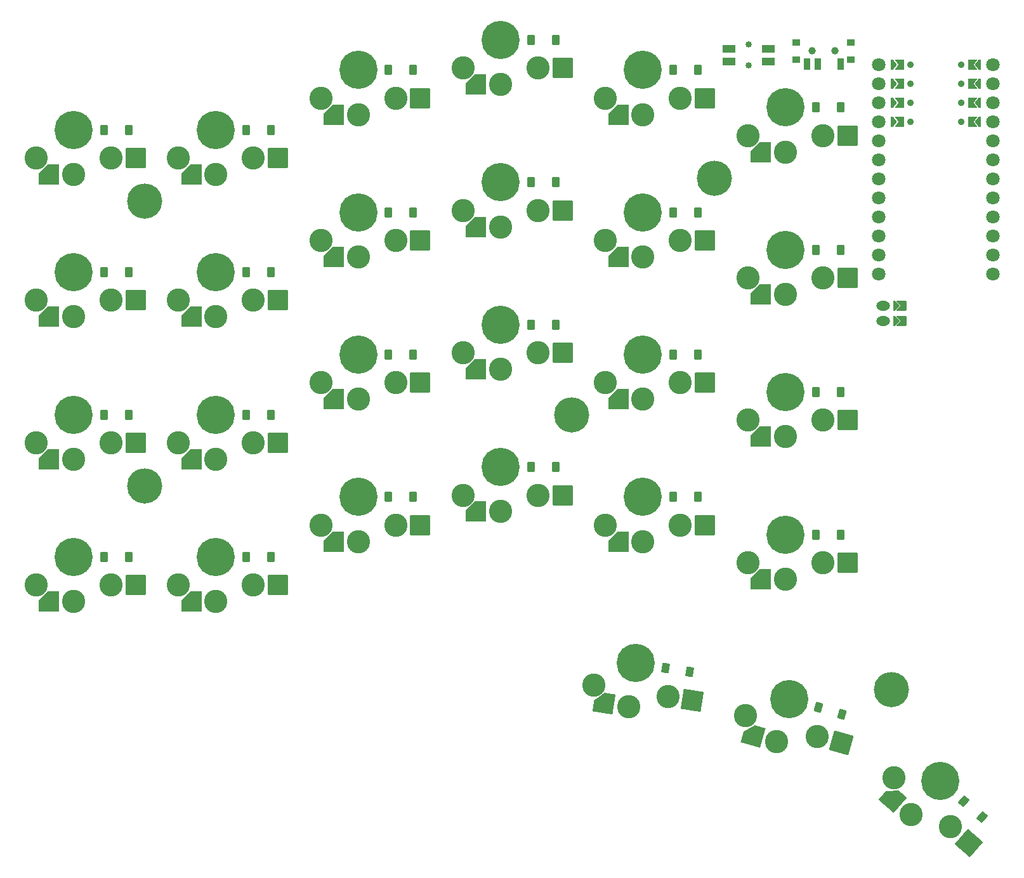
<source format=gbr>
%TF.GenerationSoftware,KiCad,Pcbnew,9.0.6*%
%TF.CreationDate,2026-01-10T00:21:17+01:00*%
%TF.ProjectId,shoedler54,73686f65-646c-4657-9235-342e6b696361,v1.0.0*%
%TF.SameCoordinates,Original*%
%TF.FileFunction,Soldermask,Top*%
%TF.FilePolarity,Negative*%
%FSLAX46Y46*%
G04 Gerber Fmt 4.6, Leading zero omitted, Abs format (unit mm)*
G04 Created by KiCad (PCBNEW 9.0.6) date 2026-01-10 00:21:17*
%MOMM*%
%LPD*%
G01*
G04 APERTURE LIST*
G04 Aperture macros list*
%AMRoundRect*
0 Rectangle with rounded corners*
0 $1 Rounding radius*
0 $2 $3 $4 $5 $6 $7 $8 $9 X,Y pos of 4 corners*
0 Add a 4 corners polygon primitive as box body*
4,1,4,$2,$3,$4,$5,$6,$7,$8,$9,$2,$3,0*
0 Add four circle primitives for the rounded corners*
1,1,$1+$1,$2,$3*
1,1,$1+$1,$4,$5*
1,1,$1+$1,$6,$7*
1,1,$1+$1,$8,$9*
0 Add four rect primitives between the rounded corners*
20,1,$1+$1,$2,$3,$4,$5,0*
20,1,$1+$1,$4,$5,$6,$7,0*
20,1,$1+$1,$6,$7,$8,$9,0*
20,1,$1+$1,$8,$9,$2,$3,0*%
%AMFreePoly0*
4,1,16,-0.214645,0.660355,-0.210957,0.656235,0.289043,0.031235,0.299694,-0.005522,0.289043,-0.031235,-0.210957,-0.656235,-0.244478,-0.674694,-0.250000,-0.675000,-0.500000,-0.675000,-0.535355,-0.660355,-0.550000,-0.625000,-0.550000,0.625000,-0.535355,0.660355,-0.500000,0.675000,-0.250000,0.675000,-0.214645,0.660355,-0.214645,0.660355,$1*%
%AMFreePoly1*
4,1,16,0.535355,0.660355,0.550000,0.625000,0.550000,-0.625000,0.535355,-0.660355,0.500000,-0.675000,-0.650000,-0.675000,-0.685355,-0.660355,-0.700000,-0.625000,-0.689043,-0.593765,-0.214031,0.000000,-0.689043,0.593765,-0.699694,0.630522,-0.681235,0.664043,-0.650000,0.675000,0.500000,0.675000,0.535355,0.660355,0.535355,0.660355,$1*%
%AMFreePoly2*
4,1,16,0.635355,0.285355,0.650000,0.250000,0.650000,-1.000000,0.635355,-1.035355,0.600000,-1.050000,0.564645,-1.035355,0.000000,-0.470710,-0.564645,-1.035355,-0.600000,-1.050000,-0.635355,-1.035355,-0.650000,-1.000000,-0.650000,0.250000,-0.635355,0.285355,-0.600000,0.300000,0.600000,0.300000,0.635355,0.285355,0.635355,0.285355,$1*%
%AMFreePoly3*
4,1,14,0.035355,0.435355,0.635355,-0.164645,0.650000,-0.200000,0.650000,-0.400000,0.635355,-0.435355,0.600000,-0.450000,-0.600000,-0.450000,-0.635355,-0.435355,-0.650000,-0.400000,-0.650000,-0.200000,-0.635355,-0.164645,-0.035355,0.435355,0.000000,0.450000,0.035355,0.435355,0.035355,0.435355,$1*%
%AMFreePoly4*
4,1,14,1.335355,1.335355,1.350000,1.300000,1.350000,-0.117000,1.335355,-0.152355,0.152355,-1.335355,0.117000,-1.350000,-1.300000,-1.350000,-1.335355,-1.335355,-1.350000,-1.300000,-1.350000,1.300000,-1.335355,1.335355,-1.300000,1.350000,1.300000,1.350000,1.335355,1.335355,1.335355,1.335355,$1*%
G04 Aperture macros list end*
%ADD10RoundRect,0.050000X0.597950X0.452720X-0.267185X0.700794X-0.597950X-0.452720X0.267185X-0.700794X0*%
%ADD11RoundRect,0.050000X0.450000X0.600000X-0.450000X0.600000X-0.450000X-0.600000X0.450000X-0.600000X0*%
%ADD12RoundRect,0.050000X0.733255X0.157599X0.054016X0.748052X-0.733255X-0.157599X-0.054016X-0.748052X0*%
%ADD13RoundRect,0.050000X0.500000X0.400000X-0.500000X0.400000X-0.500000X-0.400000X0.500000X-0.400000X0*%
%ADD14C,1.000000*%
%ADD15RoundRect,0.050000X0.350000X0.750000X-0.350000X0.750000X-0.350000X-0.750000X0.350000X-0.750000X0*%
%ADD16FreePoly0,180.000000*%
%ADD17C,1.800000*%
%ADD18FreePoly0,0.000000*%
%ADD19C,0.900000*%
%ADD20FreePoly1,180.000000*%
%ADD21FreePoly1,0.000000*%
%ADD22C,4.700000*%
%ADD23FreePoly2,270.000000*%
%ADD24O,1.850000X1.300000*%
%ADD25FreePoly3,270.000000*%
%ADD26C,0.850000*%
%ADD27RoundRect,0.050000X0.775000X0.500000X-0.775000X0.500000X-0.775000X-0.500000X0.775000X-0.500000X0*%
%ADD28RoundRect,0.050000X0.538320X0.522217X-0.350599X0.663009X-0.538320X-0.522217X0.350599X-0.663009X0*%
%ADD29C,3.100000*%
%ADD30C,5.100000*%
%ADD31FreePoly4,180.000000*%
%ADD32RoundRect,0.050000X1.300000X1.300000X-1.300000X1.300000X-1.300000X-1.300000X1.300000X-1.300000X0*%
%ADD33FreePoly4,171.000000*%
%ADD34RoundRect,0.050000X1.487360X1.080630X-1.080630X1.487360X-1.487360X-1.080630X1.080630X-1.487360X0*%
%ADD35FreePoly4,139.000000*%
%ADD36RoundRect,0.050000X1.833999X0.128246X-0.128246X1.833999X-1.833999X-0.128246X0.128246X-1.833999X0*%
%ADD37FreePoly4,164.000000*%
%ADD38RoundRect,0.050000X1.607969X0.891312X-0.891312X1.607969X-1.607969X-0.891312X0.891312X-1.607969X0*%
G04 APERTURE END LIST*
D10*
%TO.C,D26*%
X252572247Y-170967899D03*
X249400083Y-170058295D03*
%TD*%
D11*
%TO.C,D21*%
X252350000Y-147000000D03*
X249050000Y-147000000D03*
%TD*%
%TO.C,D7*%
X176350000Y-112000000D03*
X173050000Y-112000000D03*
%TD*%
D12*
%TO.C,D27*%
X271257175Y-184733378D03*
X268766633Y-182568384D03*
%TD*%
D11*
%TO.C,D19*%
X233350000Y-104000000D03*
X230050000Y-104000000D03*
%TD*%
%TO.C,D1*%
X157350000Y-150000000D03*
X154050000Y-150000000D03*
%TD*%
%TO.C,D8*%
X176350000Y-93000000D03*
X173050000Y-93000000D03*
%TD*%
%TO.C,D23*%
X252350000Y-109000000D03*
X249050000Y-109000000D03*
%TD*%
D13*
%TO.C,PWR1*%
X246450000Y-83585000D03*
X253750000Y-83585000D03*
D14*
X248600000Y-82475000D03*
X251600000Y-82475000D03*
D13*
X246450000Y-81375000D03*
X253750000Y-81375000D03*
D15*
X252350000Y-84235000D03*
X249350000Y-84235000D03*
X247850000Y-84235000D03*
%TD*%
D11*
%TO.C,D15*%
X214350000Y-100000000D03*
X211050000Y-100000000D03*
%TD*%
%TO.C,D5*%
X176350000Y-150000000D03*
X173050000Y-150000000D03*
%TD*%
%TO.C,D11*%
X195350000Y-104000000D03*
X192050000Y-104000000D03*
%TD*%
D16*
%TO.C,MCU1*%
X270600000Y-84300000D03*
D17*
X272720000Y-84300000D03*
D16*
X270600000Y-86840000D03*
D17*
X272720000Y-86840000D03*
D16*
X270600000Y-89380000D03*
D17*
X272720000Y-89380000D03*
D16*
X270600000Y-91920000D03*
D17*
X272720000Y-91920000D03*
X272720000Y-94460000D03*
X272720000Y-97000000D03*
X272720000Y-99540000D03*
X272720000Y-102080000D03*
X272720000Y-104620000D03*
X272720000Y-107160000D03*
X272720000Y-109700000D03*
X272720000Y-112240000D03*
X257480000Y-112240000D03*
X257480000Y-109700000D03*
X257480000Y-107160000D03*
X257480000Y-104620000D03*
X257480000Y-102080000D03*
X257480000Y-99540000D03*
X257480000Y-97000000D03*
X257480000Y-94460000D03*
X257480000Y-91920000D03*
D18*
X259600000Y-91920000D03*
D17*
X257480000Y-89380000D03*
D18*
X259600000Y-89380000D03*
D17*
X257480000Y-86840000D03*
D18*
X259600000Y-86840000D03*
D17*
X257480000Y-84300000D03*
D18*
X259600000Y-84300000D03*
D19*
X268500000Y-84300000D03*
D20*
X269875000Y-84300000D03*
D19*
X268500000Y-86840000D03*
D20*
X269875000Y-86840000D03*
D19*
X268500000Y-89380000D03*
D20*
X269875000Y-89380000D03*
D19*
X268500000Y-91920000D03*
D20*
X269875000Y-91920000D03*
D21*
X260325000Y-91920000D03*
D19*
X261700000Y-91920000D03*
D21*
X260325000Y-89380000D03*
D19*
X261700000Y-89380000D03*
D21*
X260325000Y-86840000D03*
D19*
X261700000Y-86840000D03*
D21*
X260325000Y-84300000D03*
D19*
X261700000Y-84300000D03*
%TD*%
D11*
%TO.C,D16*%
X214350000Y-81000000D03*
X211050000Y-81000000D03*
%TD*%
%TO.C,D12*%
X195350000Y-85000000D03*
X192050000Y-85000000D03*
%TD*%
D22*
%TO.C,MH1*%
X159500000Y-102500000D03*
%TD*%
%TO.C,MH5*%
X216500000Y-131000000D03*
%TD*%
D11*
%TO.C,D22*%
X252350000Y-128000000D03*
X249050000Y-128000000D03*
%TD*%
D22*
%TO.C,MH4*%
X259163733Y-167726197D03*
%TD*%
%TO.C,MH3*%
X159500000Y-140500000D03*
%TD*%
D11*
%TO.C,D17*%
X233350000Y-142000000D03*
X230050000Y-142000000D03*
%TD*%
%TO.C,D9*%
X195350000Y-142000000D03*
X192050000Y-142000000D03*
%TD*%
D23*
%TO.C,JST1*%
X260876000Y-118500000D03*
X260876000Y-116500000D03*
D24*
X258060000Y-118500000D03*
X258060000Y-116500000D03*
D25*
X259860000Y-118500000D03*
X259860000Y-116500000D03*
%TD*%
D11*
%TO.C,D14*%
X214350000Y-119000000D03*
X211050000Y-119000000D03*
%TD*%
%TO.C,D24*%
X252350000Y-90000000D03*
X249050000Y-90000000D03*
%TD*%
%TO.C,D6*%
X176350000Y-131000000D03*
X173050000Y-131000000D03*
%TD*%
%TO.C,D20*%
X233350000Y-85000000D03*
X230050000Y-85000000D03*
%TD*%
D26*
%TO.C,RST1*%
X240100000Y-81625000D03*
X240100000Y-84375000D03*
D27*
X242725000Y-82150000D03*
X242725000Y-83850000D03*
X237475000Y-82150000D03*
X237475000Y-83850000D03*
%TD*%
D11*
%TO.C,D4*%
X157350000Y-93000000D03*
X154050000Y-93000000D03*
%TD*%
D22*
%TO.C,MH2*%
X235500000Y-99500000D03*
%TD*%
D28*
%TO.C,D25*%
X232257010Y-165294794D03*
X228997638Y-164778560D03*
%TD*%
D11*
%TO.C,D2*%
X157350000Y-131000000D03*
X154050000Y-131000000D03*
%TD*%
%TO.C,D3*%
X157350000Y-112000000D03*
X154050000Y-112000000D03*
%TD*%
%TO.C,D10*%
X195350000Y-123000000D03*
X192050000Y-123000000D03*
%TD*%
%TO.C,D13*%
X214350000Y-138000000D03*
X211050000Y-138000000D03*
%TD*%
%TO.C,D18*%
X233350000Y-123000000D03*
X230050000Y-123000000D03*
%TD*%
D29*
%TO.C,S19*%
X231000000Y-107750000D03*
X226000000Y-109950000D03*
D30*
X226000000Y-104000000D03*
D29*
X221000000Y-107750000D03*
D31*
X222725000Y-109950000D03*
D32*
X234275000Y-107750000D03*
%TD*%
D29*
%TO.C,S6*%
X174000000Y-134750000D03*
X169000000Y-136950000D03*
D30*
X169000000Y-131000000D03*
D29*
X164000000Y-134750000D03*
D31*
X165725000Y-136950000D03*
D32*
X177275000Y-134750000D03*
%TD*%
D29*
%TO.C,S24*%
X250000000Y-93750000D03*
X245000000Y-95950000D03*
D30*
X245000000Y-90000000D03*
D29*
X240000000Y-93750000D03*
D31*
X241725000Y-95950000D03*
D32*
X253275000Y-93750000D03*
%TD*%
D29*
%TO.C,S8*%
X174000000Y-96750000D03*
X169000000Y-98950000D03*
D30*
X169000000Y-93000000D03*
D29*
X164000000Y-96750000D03*
D31*
X165725000Y-98950000D03*
D32*
X177275000Y-96750000D03*
%TD*%
D29*
%TO.C,S7*%
X174000000Y-115750000D03*
X169000000Y-117950000D03*
D30*
X169000000Y-112000000D03*
D29*
X164000000Y-115750000D03*
D31*
X165725000Y-117950000D03*
D32*
X177275000Y-115750000D03*
%TD*%
D29*
%TO.C,S4*%
X155000000Y-96750000D03*
X150000000Y-98950000D03*
D30*
X150000000Y-93000000D03*
D29*
X145000000Y-96750000D03*
D31*
X146725000Y-98950000D03*
D32*
X158275000Y-96750000D03*
%TD*%
D29*
%TO.C,S25*%
X229349312Y-168631004D03*
X224066715Y-170021746D03*
D30*
X224997500Y-164145000D03*
D29*
X219472429Y-167066659D03*
D33*
X220832036Y-169509423D03*
D34*
X232583992Y-169143325D03*
%TD*%
D29*
%TO.C,S5*%
X174000000Y-153750000D03*
X169000000Y-155950000D03*
D30*
X169000000Y-150000000D03*
D29*
X164000000Y-153750000D03*
D31*
X165725000Y-155950000D03*
D32*
X177275000Y-153750000D03*
%TD*%
D29*
%TO.C,S14*%
X212000000Y-122750000D03*
X207000000Y-124950000D03*
D30*
X207000000Y-119000000D03*
D29*
X202000000Y-122750000D03*
D31*
X203725000Y-124950000D03*
D32*
X215275000Y-122750000D03*
%TD*%
D29*
%TO.C,S23*%
X250000000Y-112750000D03*
X245000000Y-114950000D03*
D30*
X245000000Y-109000000D03*
D29*
X240000000Y-112750000D03*
D31*
X241725000Y-114950000D03*
D32*
X253275000Y-112750000D03*
%TD*%
D29*
%TO.C,S20*%
X231000000Y-88750000D03*
X226000000Y-90950000D03*
D30*
X226000000Y-85000000D03*
D29*
X221000000Y-88750000D03*
D31*
X222725000Y-90950000D03*
D32*
X234275000Y-88750000D03*
%TD*%
D29*
%TO.C,S16*%
X212000000Y-84750000D03*
X207000000Y-86950000D03*
D30*
X207000000Y-81000000D03*
D29*
X202000000Y-84750000D03*
D31*
X203725000Y-86950000D03*
D32*
X215275000Y-84750000D03*
%TD*%
D29*
%TO.C,S1*%
X155000000Y-153750000D03*
X150000000Y-155950000D03*
D30*
X150000000Y-150000000D03*
D29*
X145000000Y-153750000D03*
D31*
X146725000Y-155950000D03*
D32*
X158275000Y-153750000D03*
%TD*%
D29*
%TO.C,S15*%
X212000000Y-103750000D03*
X207000000Y-105950000D03*
D30*
X207000000Y-100000000D03*
D29*
X202000000Y-103750000D03*
D31*
X203725000Y-105950000D03*
D32*
X215275000Y-103750000D03*
%TD*%
D29*
%TO.C,S2*%
X155000000Y-134750000D03*
X150000000Y-136950000D03*
D30*
X150000000Y-131000000D03*
D29*
X145000000Y-134750000D03*
D31*
X146725000Y-136950000D03*
D32*
X158275000Y-134750000D03*
%TD*%
D29*
%TO.C,S18*%
X231000000Y-126750000D03*
X226000000Y-128950000D03*
D30*
X226000000Y-123000000D03*
D29*
X221000000Y-126750000D03*
D31*
X222725000Y-128950000D03*
D32*
X234275000Y-126750000D03*
%TD*%
D29*
%TO.C,S17*%
X231000000Y-145750000D03*
X226000000Y-147950000D03*
D30*
X226000000Y-142000000D03*
D29*
X221000000Y-145750000D03*
D31*
X222725000Y-147950000D03*
D32*
X234275000Y-145750000D03*
%TD*%
D29*
%TO.C,S11*%
X193000000Y-107750000D03*
X188000000Y-109950000D03*
D30*
X188000000Y-104000000D03*
D29*
X183000000Y-107750000D03*
D31*
X184725000Y-109950000D03*
D32*
X196275000Y-107750000D03*
%TD*%
D29*
%TO.C,S21*%
X250000000Y-150750000D03*
X245000000Y-152950000D03*
D30*
X245000000Y-147000000D03*
D29*
X240000000Y-150750000D03*
D31*
X241725000Y-152950000D03*
D32*
X253275000Y-150750000D03*
%TD*%
D29*
%TO.C,S12*%
X193000000Y-88750000D03*
X188000000Y-90950000D03*
D30*
X188000000Y-85000000D03*
D29*
X183000000Y-88750000D03*
D31*
X184725000Y-90950000D03*
D32*
X196275000Y-88750000D03*
%TD*%
D29*
%TO.C,S9*%
X193000000Y-145750000D03*
X188000000Y-147950000D03*
D30*
X188000000Y-142000000D03*
D29*
X183000000Y-145750000D03*
D31*
X184725000Y-147950000D03*
D32*
X196275000Y-145750000D03*
%TD*%
D29*
%TO.C,S3*%
X155000000Y-115750000D03*
X150000000Y-117950000D03*
D30*
X150000000Y-112000000D03*
D29*
X145000000Y-115750000D03*
D31*
X146725000Y-117950000D03*
D32*
X158275000Y-115750000D03*
%TD*%
D29*
%TO.C,S13*%
X212000000Y-141750000D03*
X207000000Y-143950000D03*
D30*
X207000000Y-138000000D03*
D29*
X202000000Y-141750000D03*
D31*
X203725000Y-143950000D03*
D32*
X215275000Y-141750000D03*
%TD*%
D29*
%TO.C,S22*%
X250000000Y-131750000D03*
X245000000Y-133950000D03*
D30*
X245000000Y-128000000D03*
D29*
X240000000Y-131750000D03*
D31*
X241725000Y-133950000D03*
D32*
X253275000Y-131750000D03*
%TD*%
D29*
%TO.C,S27*%
X267023386Y-186021801D03*
X261806508Y-184401867D03*
D30*
X265710059Y-179911345D03*
D29*
X259476290Y-179461211D03*
D35*
X259334834Y-182253274D03*
D36*
X269495059Y-188170394D03*
%TD*%
D29*
%TO.C,S26*%
X249279641Y-173924882D03*
X243866931Y-174661471D03*
D30*
X245506973Y-168941964D03*
D29*
X239667024Y-171168510D03*
D37*
X240718799Y-173758759D03*
D38*
X252427772Y-174827594D03*
%TD*%
D29*
%TO.C,S10*%
X193000000Y-126750000D03*
X188000000Y-128950000D03*
D30*
X188000000Y-123000000D03*
D29*
X183000000Y-126750000D03*
D31*
X184725000Y-128950000D03*
D32*
X196275000Y-126750000D03*
%TD*%
M02*

</source>
